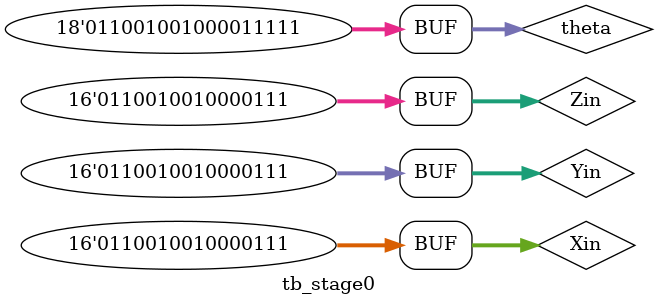
<source format=v>
module tb_stage0();
	reg [15:0]    Xin	, Yin, Zin;		           
	reg [17:0]    theta;
	
	wire [17:0]   Xout, Yout, Zout;	
	
	stage0 logic0(.Xin(Xin), .Yin(Yin), .Zin(Zin), .theta(theta), .Xout(Xout), .Yout(Yout), .Zout(Zout));
	
localparam FALSE = 1'b0;
localparam TRUE = 1'b1;

localparam VALUE = 32000/1.647; // reduce by a factor of 1.647 since thats the gain of the system

	initial
	begin
		Xin = 16'b0110010010000111;                     // Xout = 32000*cos(angle)
		Yin = 16'b0110010010000111;                      // Yout = 32000*sin(angle)
		Zin=16'b0110010010000111;
		theta=18'b011001001000011111;
	end 
	
endmodule 

</source>
